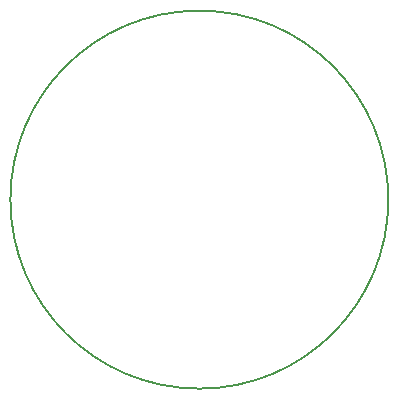
<source format=gbr>
%TF.GenerationSoftware,KiCad,Pcbnew,9.0.2*%
%TF.CreationDate,2025-05-30T03:52:38+02:00*%
%TF.ProjectId,Clock10,436c6f63-6b31-4302-9e6b-696361645f70,rev?*%
%TF.SameCoordinates,Original*%
%TF.FileFunction,Profile,NP*%
%FSLAX46Y46*%
G04 Gerber Fmt 4.6, Leading zero omitted, Abs format (unit mm)*
G04 Created by KiCad (PCBNEW 9.0.2) date 2025-05-30 03:52:38*
%MOMM*%
%LPD*%
G01*
G04 APERTURE LIST*
%TA.AperFunction,Profile*%
%ADD10C,0.150000*%
%TD*%
G04 APERTURE END LIST*
D10*
X116000000Y-100000000D02*
G75*
G02*
X84000000Y-100000000I-16000000J0D01*
G01*
X84000000Y-100000000D02*
G75*
G02*
X116000000Y-100000000I16000000J0D01*
G01*
M02*

</source>
